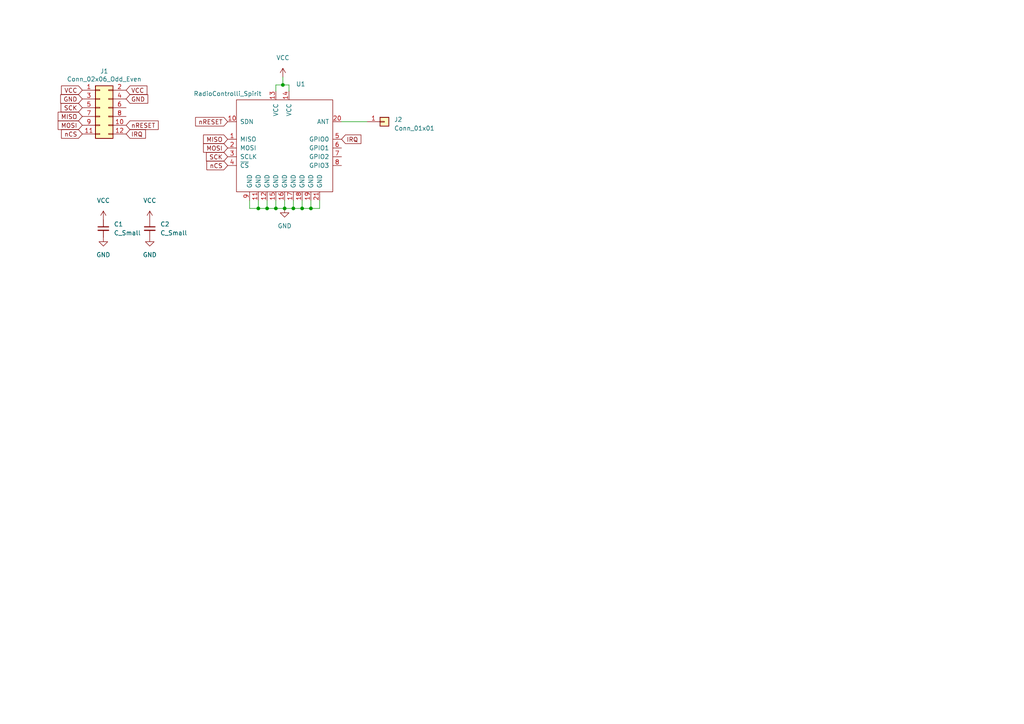
<source format=kicad_sch>
(kicad_sch (version 20230121) (generator eeschema)
  (paper "A4")
  (lib_symbols
    (symbol "AvS_RadioModule:RadioControlli_Spirit" (pin_names (offset 1.016))
      (property "Reference" "U" (at -8.89 10.16 0))
      (property "Value" "RadioControlli_Spirit" (at 1.27 0 0))
      (symbol "RadioControlli_Spirit_0_1"
        (rectangle (start -12.7 8.89) (end 15.24 -17.78))
      )
      (symbol "RadioControlli_Spirit_1_1"
        (pin output line (at -15.24 -2.54 0) (length 2.54) (name "MISO") (number "1"))
        (pin input line (at -15.24 2.54 0) (length 2.54) (name "SDN") (number "10"))
        (pin power_in line (at -6.35 -20.32 90) (length 2.54) (name "GND") (number "11"))
        (pin power_in line (at -3.81 -20.32 90) (length 2.54) (name "GND") (number "12"))
        (pin power_in line (at -1.27 11.43 270) (length 2.54) (name "VCC") (number "13"))
        (pin power_in line (at 2.54 11.43 270) (length 2.54) (name "VCC") (number "14"))
        (pin power_in line (at -1.27 -20.32 90) (length 2.54) (name "GND") (number "15"))
        (pin power_in line (at 1.27 -20.32 90) (length 2.54) (name "GND") (number "16"))
        (pin power_in line (at 3.81 -20.32 90) (length 2.54) (name "GND") (number "17"))
        (pin power_in line (at 6.35 -20.32 90) (length 2.54) (name "GND") (number "18"))
        (pin power_in line (at 8.89 -20.32 90) (length 2.54) (name "GND") (number "19"))
        (pin input line (at -15.24 -5.08 0) (length 2.54) (name "MOSI") (number "2"))
        (pin bidirectional line (at 17.78 2.54 180) (length 2.54) (name "ANT") (number "20"))
        (pin power_in line (at 11.43 -20.32 90) (length 2.54) (name "GND") (number "21"))
        (pin input line (at -15.24 -7.62 0) (length 2.54) (name "SCLK") (number "3"))
        (pin input line (at -15.24 -10.16 0) (length 2.54) (name "~{CS}") (number "4"))
        (pin bidirectional line (at 17.78 -2.54 180) (length 2.54) (name "GPIO0") (number "5"))
        (pin bidirectional line (at 17.78 -5.08 180) (length 2.54) (name "GPIO1") (number "6"))
        (pin bidirectional line (at 17.78 -7.62 180) (length 2.54) (name "GPIO2") (number "7"))
        (pin bidirectional line (at 17.78 -10.16 180) (length 2.54) (name "GPIO3") (number "8"))
        (pin power_in line (at -8.89 -20.32 90) (length 2.54) (name "GND") (number "9"))
      )
    )
    (symbol "Connector_Generic:Conn_01x01" (pin_names (offset 1.016) hide)
      (property "Reference" "J" (at 0 2.54 0))
      (property "Value" "Conn_01x01" (at 0 -2.54 0))
      (symbol "Conn_01x01_1_1"
        (rectangle (start -1.27 0.127) (end 0 -0.127) (stroke (width 0.1524)))
        (rectangle (start -1.27 1.27) (end 1.27 -1.27) (stroke (width 0.254)) (fill (type background)))
        (pin passive line (at -5.08 0 0) (length 3.81) (name "Pin_1") (number "1"))
      )
    )
    (symbol "Connector_Generic:Conn_02x06_Odd_Even" (pin_names (offset 1.016) hide)
      (property "Reference" "J" (at 1.27 7.62 0))
      (property "Value" "Conn_02x06_Odd_Even" (at 1.27 -10.16 0))
      (symbol "Conn_02x06_Odd_Even_1_1"
        (rectangle (start -1.27 -7.493) (end 0 -7.747) (stroke (width 0.1524)))
        (rectangle (start -1.27 -4.953) (end 0 -5.207) (stroke (width 0.1524)))
        (rectangle (start -1.27 -2.413) (end 0 -2.667) (stroke (width 0.1524)))
        (rectangle (start -1.27 0.127) (end 0 -0.127) (stroke (width 0.1524)))
        (rectangle (start -1.27 2.667) (end 0 2.413) (stroke (width 0.1524)))
        (rectangle (start -1.27 5.207) (end 0 4.953) (stroke (width 0.1524)))
        (rectangle (start -1.27 6.35) (end 3.81 -8.89) (stroke (width 0.254)) (fill (type background)))
        (rectangle (start 3.81 -7.493) (end 2.54 -7.747) (stroke (width 0.1524)))
        (rectangle (start 3.81 -4.953) (end 2.54 -5.207) (stroke (width 0.1524)))
        (rectangle (start 3.81 -2.413) (end 2.54 -2.667) (stroke (width 0.1524)))
        (rectangle (start 3.81 0.127) (end 2.54 -0.127) (stroke (width 0.1524)))
        (rectangle (start 3.81 2.667) (end 2.54 2.413) (stroke (width 0.1524)))
        (rectangle (start 3.81 5.207) (end 2.54 4.953) (stroke (width 0.1524)))
        (pin passive line (at -5.08 5.08 0) (length 3.81) (name "Pin_1") (number "1"))
        (pin passive line (at 7.62 -5.08 180) (length 3.81) (name "Pin_10") (number "10"))
        (pin passive line (at -5.08 -7.62 0) (length 3.81) (name "Pin_11") (number "11"))
        (pin passive line (at 7.62 -7.62 180) (length 3.81) (name "Pin_12") (number "12"))
        (pin passive line (at 7.62 5.08 180) (length 3.81) (name "Pin_2") (number "2"))
        (pin passive line (at -5.08 2.54 0) (length 3.81) (name "Pin_3") (number "3"))
        (pin passive line (at 7.62 2.54 180) (length 3.81) (name "Pin_4") (number "4"))
        (pin passive line (at -5.08 0 0) (length 3.81) (name "Pin_5") (number "5"))
        (pin passive line (at 7.62 0 180) (length 3.81) (name "Pin_6") (number "6"))
        (pin passive line (at -5.08 -2.54 0) (length 3.81) (name "Pin_7") (number "7"))
        (pin passive line (at 7.62 -2.54 180) (length 3.81) (name "Pin_8") (number "8"))
        (pin passive line (at -5.08 -5.08 0) (length 3.81) (name "Pin_9") (number "9"))
      )
    )
    (symbol "Device:C_Small" (pin_numbers hide) (pin_names (offset 0.254) hide)
      (property "Reference" "C" (at 0.254 1.778 0))
      (property "Value" "C_Small" (at 0.254 -2.032 0))
      (symbol "C_Small_0_1"
        (polyline (pts (xy -1.524 -0.508) (xy 1.524 -0.508)) (stroke (width 0.3302)))
        (polyline (pts (xy -1.524 0.508) (xy 1.524 0.508)) (stroke (width 0.3048)))
      )
      (symbol "C_Small_1_1"
        (pin passive line (at 0 2.54 270) (length 2.032) (name "~") (number "1"))
        (pin passive line (at 0 -2.54 90) (length 2.032) (name "~") (number "2"))
      )
    )
    (symbol "power:GND" (power) (pin_names (offset 0))
      (property "Value" "GND" (at 0 -3.81 0))
      (symbol "GND_0_1"
        (polyline (pts (xy 0 0) (xy 0 -1.27) (xy 1.27 -1.27) (xy 0 -2.54) (xy -1.27 -1.27) (xy 0 -1.27)))
      )
      (symbol "GND_1_1"
        (pin power_in line (at 0 0 270) (length 0) hide (name "GND") (number "1"))
      )
    )
    (symbol "power:VCC" (power) (pin_names (offset 0))
      (property "Value" "VCC" (at 0 3.81 0))
      (symbol "VCC_0_1"
        (polyline (pts (xy -0.762 1.27) (xy 0 2.54)))
        (polyline (pts (xy 0 0) (xy 0 2.54)))
        (polyline (pts (xy 0 2.54) (xy 0.762 1.27)))
      )
      (symbol "VCC_1_1"
        (pin power_in line (at 0 0 90) (length 0) hide (name "VCC") (number "1"))
      )
    )
  )
  (junction (at 90.17 60.452))
  (junction (at 82.042 24.638))
  (junction (at 77.47 60.452))
  (junction (at 82.55 60.452))
  (junction (at 85.09 60.452))
  (junction (at 87.63 60.452))
  (junction (at 80.01 60.452))
  (junction (at 74.93 60.452))
  (wire (pts (xy 80.01 26.416) (xy 80.01 24.638)))
  (wire (pts (xy 85.09 58.166) (xy 85.09 60.452)))
  (wire (pts (xy 90.17 58.166) (xy 90.17 60.452)))
  (wire (pts (xy 72.39 58.166) (xy 72.39 60.452)))
  (wire (pts (xy 82.55 60.452) (xy 85.09 60.452)))
  (wire (pts (xy 80.01 24.638) (xy 82.042 24.638)))
  (wire (pts (xy 99.06 35.306) (xy 106.426 35.306)))
  (wire (pts (xy 77.47 58.166) (xy 77.47 60.452)))
  (wire (pts (xy 77.47 60.452) (xy 80.01 60.452)))
  (wire (pts (xy 82.042 22.352) (xy 82.042 24.638)))
  (wire (pts (xy 82.042 24.638) (xy 83.82 24.638)))
  (wire (pts (xy 83.82 24.638) (xy 83.82 26.416)))
  (wire (pts (xy 82.55 60.452) (xy 82.55 58.166)))
  (wire (pts (xy 80.01 60.452) (xy 82.55 60.452)))
  (wire (pts (xy 87.63 58.166) (xy 87.63 60.452)))
  (wire (pts (xy 74.93 60.452) (xy 77.47 60.452)))
  (wire (pts (xy 90.17 60.452) (xy 92.71 60.452)))
  (wire (pts (xy 92.71 58.166) (xy 92.71 60.452)))
  (wire (pts (xy 72.39 60.452) (xy 74.93 60.452)))
  (wire (pts (xy 85.09 60.452) (xy 87.63 60.452)))
  (wire (pts (xy 87.63 60.452) (xy 90.17 60.452)))
  (wire (pts (xy 80.01 58.166) (xy 80.01 60.452)))
  (wire (pts (xy 74.93 58.166) (xy 74.93 60.452)))
  (global_label "nRESET" (shape input) (at 66.04 35.306 180) (property "Intersheetrefs" "${INTERSHEET_REFS}" (effects hide)) (property "Intersheet-verwijzingen" "${INTERSHEET_REFS}" (effects hide)))
  (global_label "MISO" (shape input) (at 23.876 33.782 180) (property "Intersheetrefs" "${INTERSHEET_REFS}" (effects hide)) (property "Intersheet-verwijzingen" "${INTERSHEET_REFS}" (effects hide)))
  (global_label "GND" (shape input) (at 36.576 28.702 0) (property "Intersheetrefs" "${INTERSHEET_REFS}" (effects hide)) (property "Intersheet-verwijzingen" "${INTERSHEET_REFS}" (effects hide)))
  (global_label "VCC" (shape input) (at 23.876 26.162 180) (property "Intersheetrefs" "${INTERSHEET_REFS}" (effects hide)) (property "Intersheet-verwijzingen" "${INTERSHEET_REFS}" (effects hide)))
  (global_label "nCS" (shape input) (at 66.04 48.006 180) (property "Intersheetrefs" "${INTERSHEET_REFS}" (effects hide)) (property "Intersheet-verwijzingen" "${INTERSHEET_REFS}" (effects hide)))
  (global_label "GND" (shape input) (at 23.876 28.702 180) (property "Intersheetrefs" "${INTERSHEET_REFS}" (effects hide)) (property "Intersheet-verwijzingen" "${INTERSHEET_REFS}" (effects hide)))
  (global_label "SCK" (shape input) (at 23.876 31.242 180) (property "Intersheetrefs" "${INTERSHEET_REFS}" (effects hide)) (property "Intersheet-verwijzingen" "${INTERSHEET_REFS}" (effects hide)))
  (global_label "nCS" (shape input) (at 23.876 38.862 180) (property "Intersheetrefs" "${INTERSHEET_REFS}" (effects hide)) (property "Intersheet-verwijzingen" "${INTERSHEET_REFS}" (effects hide)))
  (global_label "VCC" (shape input) (at 36.576 26.162 0) (property "Intersheetrefs" "${INTERSHEET_REFS}" (effects hide)) (property "Intersheet-verwijzingen" "${INTERSHEET_REFS}" (effects hide)))
  (global_label "IRQ" (shape input) (at 99.06 40.386 0) (property "Intersheetrefs" "${INTERSHEET_REFS}" (effects hide)) (property "Intersheet-verwijzingen" "${INTERSHEET_REFS}" (effects hide)))
  (global_label "IRQ" (shape input) (at 36.576 38.862 0) (property "Intersheetrefs" "${INTERSHEET_REFS}" (effects hide)) (property "Intersheet-verwijzingen" "${INTERSHEET_REFS}" (effects hide)))
  (global_label "MISO" (shape input) (at 66.04 40.386 180) (property "Intersheetrefs" "${INTERSHEET_REFS}" (effects hide)) (property "Intersheet-verwijzingen" "${INTERSHEET_REFS}" (effects hide)))
  (global_label "MOSI" (shape input) (at 66.04 42.926 180) (property "Intersheetrefs" "${INTERSHEET_REFS}" (effects hide)) (property "Intersheet-verwijzingen" "${INTERSHEET_REFS}" (effects hide)))
  (global_label "nRESET" (shape input) (at 36.576 36.322 0) (property "Intersheetrefs" "${INTERSHEET_REFS}" (effects hide)) (property "Intersheet-verwijzingen" "${INTERSHEET_REFS}" (effects hide)))
  (global_label "SCK" (shape input) (at 66.04 45.466 180) (property "Intersheetrefs" "${INTERSHEET_REFS}" (effects hide)) (property "Intersheet-verwijzingen" "${INTERSHEET_REFS}" (effects hide)))
  (global_label "MOSI" (shape input) (at 23.876 36.322 180) (property "Intersheetrefs" "${INTERSHEET_REFS}" (effects hide)) (property "Intersheet-verwijzingen" "${INTERSHEET_REFS}" (effects hide)))
  (symbol (lib_id "Connector_Generic:Conn_02x06_Odd_Even") (at 28.956 31.242 0) (unit 1)
    (property "Reference" "J1" (at 30.226 20.6502 0))
    (property "Value" "Conn_02x06_Odd_Even" (at 30.226 22.9616 0))
    (property "Footprint" "Connector_PinHeader_2.54mm:PinHeader_2x06_P2.54mm_Horizontal" (effects hide))
  )
  (symbol (lib_id "power:GND") (at 43.434 68.834 0) (unit 1)
    (property "Reference" "#PWR04" (effects hide))
    (property "Value" "GND" (at 43.434 73.914 0))
  )
  (symbol (lib_id "AvS_RadioModule:RadioControlli_Spirit") (at 81.28 37.846 0) (unit 1)
    (property "Reference" "U1" (at 85.8394 24.384 0) (effects (justify left)))
    (property "Value" "RadioControlli_Spirit" (at 56.134 27.178 0) (effects (justify left)))
    (property "Footprint" "AvS_Modules:RadioControlli-Spirit" (effects hide))
    (property "Datasheet" "https://www.radiocontrolli.com/public/componenti/4755/files/RC-S2LP-868.pdf" (effects hide))
  )
  (symbol (lib_id "power:GND") (at 29.972 68.834 0) (unit 1)
    (property "Reference" "#PWR02" (effects hide))
    (property "Value" "GND" (at 29.972 73.914 0))
  )
  (symbol (lib_id "power:GND") (at 82.55 60.452 0) (unit 1)
    (property "Reference" "#PWR06" (effects hide))
    (property "Value" "GND" (at 82.55 65.532 0))
  )
  (symbol (lib_id "Device:C_Small") (at 29.972 66.294 0) (unit 1)
    (property "Reference" "C1" (at 33.02 65.0302 0) (effects (justify left)))
    (property "Value" "C_Small" (at 33.02 67.5702 0) (effects (justify left)))
    (property "Footprint" "Capacitor_SMD:C_0805_2012Metric_Pad1.18x1.45mm_HandSolder" (effects hide))
  )
  (symbol (lib_id "power:VCC") (at 82.042 22.352 0) (unit 1)
    (property "Reference" "#PWR05" (effects hide))
    (property "Value" "VCC" (at 82.042 16.764 0))
  )
  (symbol (lib_id "Connector_Generic:Conn_01x01") (at 111.506 35.306 0) (unit 1)
    (property "Reference" "J2" (at 114.3 34.671 0) (effects (justify left)))
    (property "Value" "Conn_01x01" (at 114.3 37.211 0) (effects (justify left)))
    (property "Footprint" "Connector_PinHeader_2.54mm:PinHeader_1x01_P2.54mm_Vertical" (effects hide))
  )
  (symbol (lib_id "power:VCC") (at 43.434 63.754 0) (unit 1)
    (property "Reference" "#PWR03" (effects hide))
    (property "Value" "VCC" (at 43.434 58.166 0))
  )
  (symbol (lib_id "power:VCC") (at 29.972 63.754 0) (unit 1)
    (property "Reference" "#PWR01" (effects hide))
    (property "Value" "VCC" (at 29.972 58.166 0))
  )
  (symbol (lib_id "Device:C_Small") (at 43.434 66.294 0) (unit 1)
    (property "Reference" "C2" (at 46.482 65.0302 0) (effects (justify left)))
    (property "Value" "C_Small" (at 46.482 67.5702 0) (effects (justify left)))
    (property "Footprint" "Capacitor_SMD:C_0805_2012Metric_Pad1.18x1.45mm_HandSolder" (effects hide))
  )
)
</source>
